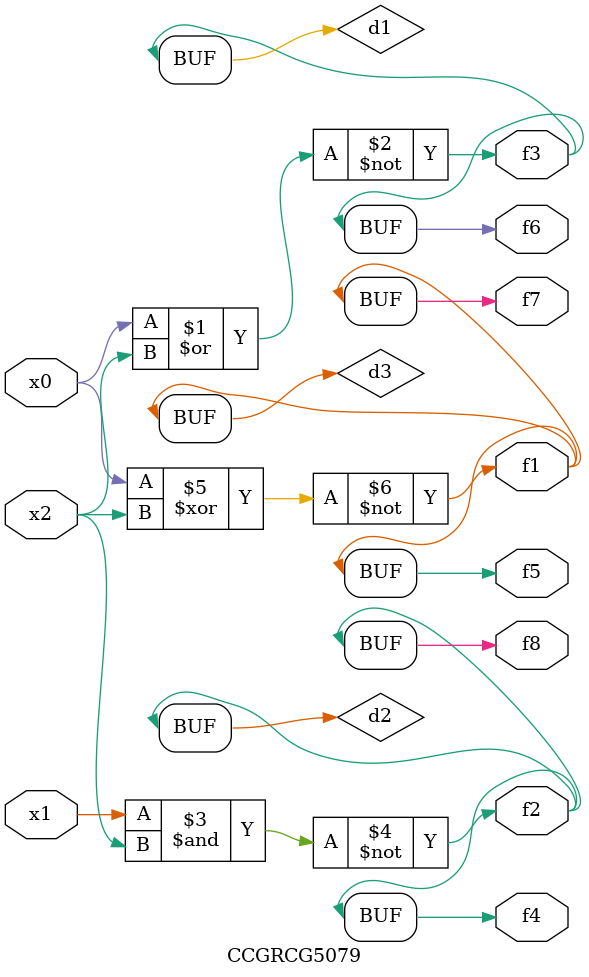
<source format=v>
module CCGRCG5079(
	input x0, x1, x2,
	output f1, f2, f3, f4, f5, f6, f7, f8
);

	wire d1, d2, d3;

	nor (d1, x0, x2);
	nand (d2, x1, x2);
	xnor (d3, x0, x2);
	assign f1 = d3;
	assign f2 = d2;
	assign f3 = d1;
	assign f4 = d2;
	assign f5 = d3;
	assign f6 = d1;
	assign f7 = d3;
	assign f8 = d2;
endmodule

</source>
